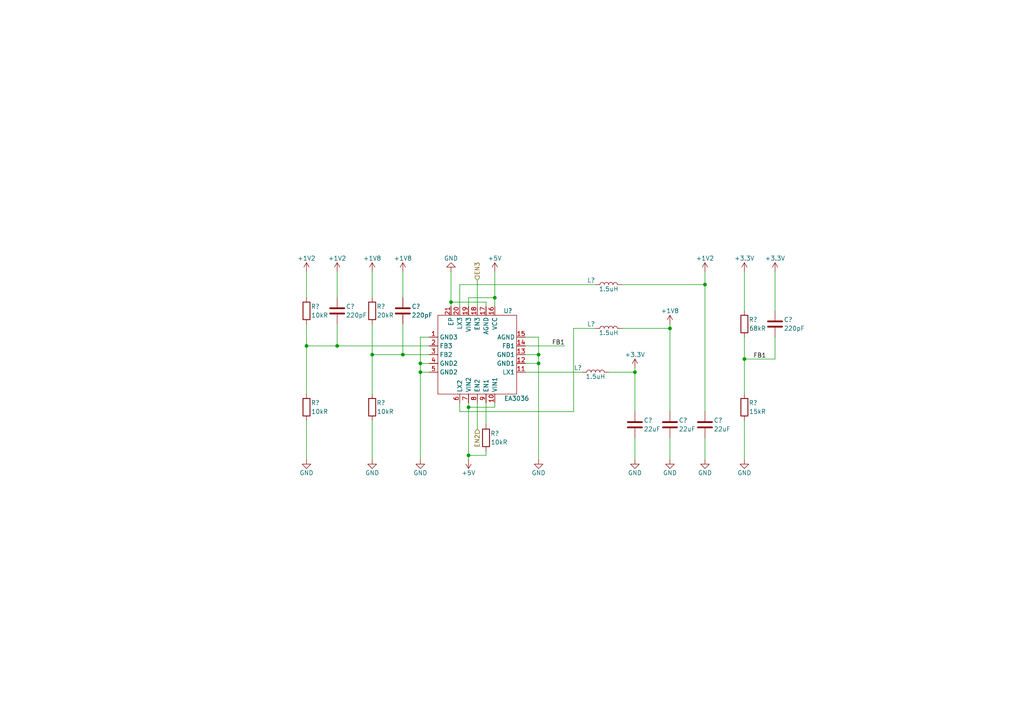
<source format=kicad_sch>
(kicad_sch (version 20230121) (generator eeschema)
  (paper "A4")
  (title_block (title "Allwinner V3s") (date "2023-08-02") (rev "1.0.1"))
  (lib_symbols
    (symbol "Device:C" (pin_numbers hide) (pin_names (offset 0.254))
      (property "Reference" "C" (at 0.635 2.54 0))
      (property "Value" "C" (at 0.635 -2.54 0))
      (symbol "C_0_1"
        (polyline (pts (xy -2.032 -0.762) (xy 2.032 -0.762)) (stroke (width 0.508)))
        (polyline (pts (xy -2.032 0.762) (xy 2.032 0.762)) (stroke (width 0.508)))
      )
      (symbol "C_1_1"
        (pin passive line (at 0 3.81 270) (length 2.794) (name "~") (number "1"))
        (pin passive line (at 0 -3.81 90) (length 2.794) (name "~") (number "2"))
      )
    )
    (symbol "Device:L" (pin_numbers hide) (pin_names (offset 1.016) hide)
      (property "Reference" "L" (at -1.27 0 90))
      (property "Value" "L" (at 1.905 0 90))
      (symbol "L_0_1"
        (arc (start 0 -2.54) (mid 0.6323 -1.905) (end 0 -1.27))
        (arc (start 0 -1.27) (mid 0.6323 -0.635) (end 0 0))
        (arc (start 0 0) (mid 0.6323 0.635) (end 0 1.27))
        (arc (start 0 1.27) (mid 0.6323 1.905) (end 0 2.54))
      )
      (symbol "L_1_1"
        (pin passive line (at 0 3.81 270) (length 1.27) (name "1") (number "1"))
        (pin passive line (at 0 -3.81 90) (length 1.27) (name "2") (number "2"))
      )
    )
    (symbol "Device:R" (pin_numbers hide) (pin_names (offset 0))
      (property "Reference" "R" (at 2.032 0 90))
      (property "Value" "R" (at 0 0 90))
      (symbol "R_0_1"
        (rectangle (start -1.016 -2.54) (end 1.016 2.54) (stroke (width 0.254)))
      )
      (symbol "R_1_1"
        (pin passive line (at 0 3.81 270) (length 1.27) (name "~") (number "1"))
        (pin passive line (at 0 -3.81 90) (length 1.27) (name "~") (number "2"))
      )
    )
    (symbol "Library:EA3036"
      (property "Reference" "U" (at 2.54 26.67 0))
      (property "Value" "EA3036" (at 24.13 1.27 0))
      (symbol "EA3036_0_1"
        (rectangle (start 2.54 25.4) (end 25.4 2.54))
      )
      (symbol "EA3036_1_1"
        (pin power_in line (at 0 19.05 0) (length 2.54) (name "GND3") (number "1"))
        (pin power_in line (at 19.05 0 90) (length 2.54) (name "VIN1") (number "10"))
        (pin output line (at 27.94 8.89 180) (length 2.54) (name "LX1") (number "11"))
        (pin power_in line (at 27.94 11.43 180) (length 2.54) (name "GND1") (number "12"))
        (pin power_in line (at 27.94 13.97 180) (length 2.54) (name "GND1") (number "13"))
        (pin input line (at 27.94 16.51 180) (length 2.54) (name "FB1") (number "14"))
        (pin power_in line (at 27.94 19.05 180) (length 2.54) (name "AGND") (number "15"))
        (pin power_in line (at 19.05 27.94 270) (length 2.54) (name "VCC") (number "16"))
        (pin power_in line (at 16.51 27.94 270) (length 2.54) (name "AGND") (number "17"))
        (pin input line (at 13.97 27.94 270) (length 2.54) (name "EN3") (number "18"))
        (pin power_in line (at 11.43 27.94 270) (length 2.54) (name "VIN3") (number "19"))
        (pin input line (at 0 16.51 0) (length 2.54) (name "FB3") (number "2"))
        (pin output line (at 8.89 27.94 270) (length 2.54) (name "LX3") (number "20"))
        (pin power_in line (at 6.35 27.94 270) (length 2.54) (name "EP") (number "21"))
        (pin input line (at 0 13.97 0) (length 2.54) (name "FB2") (number "3"))
        (pin power_in line (at 0 11.43 0) (length 2.54) (name "GND2") (number "4"))
        (pin power_in line (at 0 8.89 0) (length 2.54) (name "GND2") (number "5"))
        (pin output line (at 8.89 0 90) (length 2.54) (name "LX2") (number "6"))
        (pin power_in line (at 11.43 0 90) (length 2.54) (name "VIN2") (number "7"))
        (pin input line (at 13.97 0 90) (length 2.54) (name "EN2") (number "8"))
        (pin input line (at 16.51 0 90) (length 2.54) (name "EN1") (number "9"))
      )
    )
    (symbol "power:+1V2" (power) (pin_names (offset 0))
      (property "Value" "+1V2" (at 0 3.556 0))
      (symbol "+1V2_0_1"
        (polyline (pts (xy -0.762 1.27) (xy 0 2.54)))
        (polyline (pts (xy 0 0) (xy 0 2.54)))
        (polyline (pts (xy 0 2.54) (xy 0.762 1.27)))
      )
      (symbol "+1V2_1_1"
        (pin power_in line (at 0 0 90) (length 0) hide (name "+1V2") (number "1"))
      )
    )
    (symbol "power:+1V8" (power) (pin_names (offset 0))
      (property "Value" "+1V8" (at 0 3.556 0))
      (symbol "+1V8_0_1"
        (polyline (pts (xy -0.762 1.27) (xy 0 2.54)))
        (polyline (pts (xy 0 0) (xy 0 2.54)))
        (polyline (pts (xy 0 2.54) (xy 0.762 1.27)))
      )
      (symbol "+1V8_1_1"
        (pin power_in line (at 0 0 90) (length 0) hide (name "+1V8") (number "1"))
      )
    )
    (symbol "power:+3.3V" (power) (pin_names (offset 0))
      (property "Value" "+3.3V" (at 0 3.556 0))
      (symbol "+3.3V_0_1"
        (polyline (pts (xy -0.762 1.27) (xy 0 2.54)))
        (polyline (pts (xy 0 0) (xy 0 2.54)))
        (polyline (pts (xy 0 2.54) (xy 0.762 1.27)))
      )
      (symbol "+3.3V_1_1"
        (pin power_in line (at 0 0 90) (length 0) hide (name "+3.3V") (number "1"))
      )
    )
    (symbol "power:+5V" (power) (pin_names (offset 0))
      (property "Value" "+5V" (at 0 3.556 0))
      (symbol "+5V_0_1"
        (polyline (pts (xy -0.762 1.27) (xy 0 2.54)))
        (polyline (pts (xy 0 0) (xy 0 2.54)))
        (polyline (pts (xy 0 2.54) (xy 0.762 1.27)))
      )
      (symbol "+5V_1_1"
        (pin power_in line (at 0 0 90) (length 0) hide (name "+5V") (number "1"))
      )
    )
    (symbol "power:GND" (power) (pin_names (offset 0))
      (property "Value" "GND" (at 0 -3.81 0))
      (symbol "GND_0_1"
        (polyline (pts (xy 0 0) (xy 0 -1.27) (xy 1.27 -1.27) (xy 0 -2.54) (xy -1.27 -1.27) (xy 0 -1.27)))
      )
      (symbol "GND_1_1"
        (pin power_in line (at 0 0 270) (length 0) hide (name "GND") (number "1"))
      )
    )
  )
  (junction (at 143.51 86.36))
  (junction (at 156.21 105.41))
  (junction (at 204.47 82.55))
  (junction (at 97.79 100.33))
  (junction (at 184.15 107.95))
  (junction (at 215.9 104.14))
  (junction (at 135.89 118.11))
  (junction (at 156.21 102.87))
  (junction (at 121.92 107.95))
  (junction (at 107.95 102.87))
  (junction (at 121.92 105.41))
  (junction (at 116.84 102.87))
  (junction (at 135.89 132.08))
  (junction (at 194.31 95.25))
  (junction (at 88.9 100.33))
  (junction (at 130.81 87.63))
  (wire (pts (xy 135.89 133.35) (xy 135.89 132.08)))
  (wire (pts (xy 184.15 107.95) (xy 184.15 119.38)))
  (wire (pts (xy 204.47 127) (xy 204.47 133.35)))
  (wire (pts (xy 107.95 121.92) (xy 107.95 133.35)))
  (wire (pts (xy 184.15 127) (xy 184.15 133.35)))
  (wire (pts (xy 130.81 78.74) (xy 130.81 87.63)))
  (wire (pts (xy 116.84 102.87) (xy 124.46 102.87)))
  (wire (pts (xy 140.97 88.9) (xy 140.97 87.63)))
  (wire (pts (xy 121.92 107.95) (xy 121.92 133.35)))
  (wire (pts (xy 121.92 105.41) (xy 121.92 107.95)))
  (wire (pts (xy 138.43 88.9) (xy 138.43 81.28)))
  (wire (pts (xy 133.35 82.55) (xy 172.72 82.55)))
  (wire (pts (xy 143.51 78.74) (xy 143.51 86.36)))
  (wire (pts (xy 116.84 93.98) (xy 116.84 102.87)))
  (wire (pts (xy 166.37 95.25) (xy 172.72 95.25)))
  (wire (pts (xy 166.37 95.25) (xy 166.37 119.38)))
  (wire (pts (xy 135.89 88.9) (xy 135.89 86.36)))
  (wire (pts (xy 152.4 102.87) (xy 156.21 102.87)))
  (wire (pts (xy 88.9 78.74) (xy 88.9 86.36)))
  (wire (pts (xy 194.31 95.25) (xy 194.31 119.38)))
  (wire (pts (xy 156.21 105.41) (xy 156.21 133.35)))
  (wire (pts (xy 143.51 118.11) (xy 135.89 118.11)))
  (wire (pts (xy 180.34 82.55) (xy 204.47 82.55)))
  (wire (pts (xy 97.79 93.98) (xy 97.79 100.33)))
  (wire (pts (xy 133.35 119.38) (xy 166.37 119.38)))
  (wire (pts (xy 121.92 107.95) (xy 124.46 107.95)))
  (wire (pts (xy 88.9 100.33) (xy 88.9 114.3)))
  (wire (pts (xy 184.15 107.95) (xy 184.15 106.68)))
  (wire (pts (xy 116.84 78.74) (xy 116.84 86.36)))
  (wire (pts (xy 204.47 82.55) (xy 204.47 119.38)))
  (wire (pts (xy 135.89 118.11) (xy 135.89 116.84)))
  (wire (pts (xy 116.84 102.87) (xy 107.95 102.87)))
  (wire (pts (xy 107.95 102.87) (xy 107.95 114.3)))
  (wire (pts (xy 156.21 97.79) (xy 156.21 102.87)))
  (wire (pts (xy 152.4 97.79) (xy 156.21 97.79)))
  (wire (pts (xy 121.92 105.41) (xy 124.46 105.41)))
  (wire (pts (xy 194.31 127) (xy 194.31 133.35)))
  (wire (pts (xy 215.9 78.74) (xy 215.9 90.17)))
  (wire (pts (xy 88.9 121.92) (xy 88.9 133.35)))
  (wire (pts (xy 88.9 93.98) (xy 88.9 100.33)))
  (wire (pts (xy 156.21 102.87) (xy 156.21 105.41)))
  (wire (pts (xy 152.4 107.95) (xy 168.91 107.95)))
  (wire (pts (xy 215.9 104.14) (xy 215.9 114.3)))
  (wire (pts (xy 133.35 88.9) (xy 133.35 82.55)))
  (wire (pts (xy 194.31 95.25) (xy 194.31 93.98)))
  (wire (pts (xy 130.81 87.63) (xy 130.81 88.9)))
  (wire (pts (xy 163.83 100.33) (xy 152.4 100.33)))
  (wire (pts (xy 135.89 132.08) (xy 135.89 118.11)))
  (wire (pts (xy 140.97 87.63) (xy 130.81 87.63)))
  (wire (pts (xy 140.97 116.84) (xy 140.97 123.19)))
  (wire (pts (xy 224.79 104.14) (xy 215.9 104.14)))
  (wire (pts (xy 107.95 93.98) (xy 107.95 102.87)))
  (wire (pts (xy 176.53 107.95) (xy 184.15 107.95)))
  (wire (pts (xy 152.4 105.41) (xy 156.21 105.41)))
  (wire (pts (xy 107.95 78.74) (xy 107.95 86.36)))
  (wire (pts (xy 97.79 100.33) (xy 124.46 100.33)))
  (wire (pts (xy 97.79 100.33) (xy 88.9 100.33)))
  (wire (pts (xy 135.89 86.36) (xy 143.51 86.36)))
  (wire (pts (xy 140.97 130.81) (xy 140.97 132.08)))
  (wire (pts (xy 138.43 116.84) (xy 138.43 124.46)))
  (wire (pts (xy 133.35 116.84) (xy 133.35 119.38)))
  (wire (pts (xy 224.79 78.74) (xy 224.79 90.17)))
  (wire (pts (xy 224.79 97.79) (xy 224.79 104.14)))
  (wire (pts (xy 97.79 78.74) (xy 97.79 86.36)))
  (wire (pts (xy 204.47 82.55) (xy 204.47 78.74)))
  (wire (pts (xy 143.51 116.84) (xy 143.51 118.11)))
  (wire (pts (xy 215.9 121.92) (xy 215.9 133.35)))
  (wire (pts (xy 124.46 97.79) (xy 121.92 97.79)))
  (wire (pts (xy 121.92 97.79) (xy 121.92 105.41)))
  (wire (pts (xy 215.9 97.79) (xy 215.9 104.14)))
  (wire (pts (xy 143.51 86.36) (xy 143.51 88.9)))
  (wire (pts (xy 180.34 95.25) (xy 194.31 95.25)))
  (wire (pts (xy 140.97 132.08) (xy 135.89 132.08)))
  (label "FB1" (at 222.25 104.14 180))
  (label "FB1" (at 163.83 100.33 180))
  (hierarchical_label "EN2" (shape input) (at 138.43 124.46 270))
  (hierarchical_label "EN3" (shape input) (at 138.43 81.28 90))
  (symbol (lib_id "power:GND") (at 184.15 133.35 0) (unit 1)
    (property "Reference" "#PWR?" (effects hide))
    (property "Value" "GND" (at 184.15 137.16 0))
  )
  (symbol (lib_id "power:+3.3V") (at 184.15 106.68 0) (unit 1)
    (property "Reference" "#PWR?" (effects hide))
    (property "Value" "+3.3V" (at 184.15 102.87 0))
  )
  (symbol (lib_id "Device:L") (at 176.53 95.25 90) (unit 1)
    (property "Reference" "L?" (at 171.45 93.98 90))
    (property "Value" "1.5uH" (at 176.53 96.52 90))
    (property "Footprint" "Inductor_SMD:L_0603_1608Metric" (effects hide))
  )
  (symbol (lib_id "Device:R") (at 215.9 93.98 180) (unit 1)
    (property "Reference" "R?" (at 218.44 92.71 0))
    (property "Value" "68kR" (at 219.71 95.25 0))
  )
  (symbol (lib_id "Device:R") (at 140.97 127 180) (unit 1)
    (property "Reference" "R?" (at 143.51 125.73 0))
    (property "Value" "10kR" (at 144.78 128.27 0))
  )
  (symbol (lib_id "power:+5V") (at 143.51 78.74 0) (unit 1)
    (property "Reference" "#PWR?" (effects hide))
    (property "Value" "+5V" (at 143.51 74.93 0))
  )
  (symbol (lib_id "power:+1V2") (at 204.47 78.74 0) (unit 1)
    (property "Reference" "#PWR?" (effects hide))
    (property "Value" "+1V2" (at 204.47 74.93 0))
  )
  (symbol (lib_id "Device:L") (at 172.72 107.95 90) (unit 1)
    (property "Reference" "L?" (at 167.64 106.68 90))
    (property "Value" "1.5uH" (at 172.72 109.22 90))
    (property "Footprint" "Inductor_SMD:L_0603_1608Metric" (effects hide))
  )
  (symbol (lib_id "power:+1V2") (at 97.79 78.74 0) (unit 1)
    (property "Reference" "#PWR?" (effects hide))
    (property "Value" "+1V2" (at 97.79 74.93 0))
  )
  (symbol (lib_id "Device:R") (at 107.95 118.11 180) (unit 1)
    (property "Reference" "R?" (at 110.49 116.84 0))
    (property "Value" "10kR" (at 111.76 119.38 0))
  )
  (symbol (lib_id "Device:L") (at 176.53 82.55 90) (unit 1)
    (property "Reference" "L?" (at 171.45 81.28 90))
    (property "Value" "1.5uH" (at 176.53 83.82 90))
    (property "Footprint" "Inductor_SMD:L_0603_1608Metric" (effects hide))
  )
  (symbol (lib_id "power:+1V2") (at 88.9 78.74 0) (unit 1)
    (property "Reference" "#PWR?" (effects hide))
    (property "Value" "+1V2" (at 88.9 74.93 0))
  )
  (symbol (lib_id "power:+5V") (at 135.89 133.35 180) (unit 1)
    (property "Reference" "#PWR?" (effects hide))
    (property "Value" "+5V" (at 135.89 137.16 0))
  )
  (symbol (lib_id "power:+1V8") (at 116.84 78.74 0) (unit 1)
    (property "Reference" "#PWR?" (effects hide))
    (property "Value" "+1V8" (at 116.84 74.93 0))
  )
  (symbol (lib_id "power:GND") (at 88.9 133.35 0) (unit 1)
    (property "Reference" "#PWR?" (effects hide))
    (property "Value" "GND" (at 88.9 137.16 0))
  )
  (symbol (lib_id "power:+3.3V") (at 215.9 78.74 0) (unit 1)
    (property "Reference" "#PWR?" (effects hide))
    (property "Value" "+3.3V" (at 215.9 74.93 0))
  )
  (symbol (lib_id "power:GND") (at 107.95 133.35 0) (unit 1)
    (property "Reference" "#PWR?" (effects hide))
    (property "Value" "GND" (at 107.95 137.16 0))
  )
  (symbol (lib_id "Device:R") (at 88.9 90.17 180) (unit 1)
    (property "Reference" "R?" (at 91.44 88.9 0))
    (property "Value" "10kR" (at 92.71 91.44 0))
  )
  (symbol (lib_id "Device:R") (at 88.9 118.11 180) (unit 1)
    (property "Reference" "R?" (at 91.44 116.84 0))
    (property "Value" "10kR" (at 92.71 119.38 0))
  )
  (symbol (lib_id "Device:C") (at 97.79 90.17 0) (unit 1)
    (property "Reference" "C?" (at 100.33 88.9 0) (effects (justify left)))
    (property "Value" "220pF" (at 100.33 91.44 0) (effects (justify left)))
  )
  (symbol (lib_id "Device:C") (at 224.79 93.98 0) (unit 1)
    (property "Reference" "C?" (at 227.33 92.71 0) (effects (justify left)))
    (property "Value" "220pF" (at 227.33 95.25 0) (effects (justify left)))
  )
  (symbol (lib_id "power:GND") (at 156.21 133.35 0) (unit 1)
    (property "Reference" "#PWR?" (effects hide))
    (property "Value" "GND" (at 156.21 137.16 0))
  )
  (symbol (lib_id "Library:EA3036") (at 124.46 116.84 0) (unit 1)
    (property "Reference" "U?" (at 147.32 90.17 0))
    (property "Value" "EA3036" (at 149.86 115.57 0))
    (property "Footprint" "Package_DFN_QFN:QFN-20-1EP_3x3mm_P0.4mm_EP1.65x1.65mm" (effects hide))
  )
  (symbol (lib_id "Device:R") (at 215.9 118.11 180) (unit 1)
    (property "Reference" "R?" (at 218.44 116.84 0))
    (property "Value" "15kR" (at 219.71 119.38 0))
  )
  (symbol (lib_id "power:+1V8") (at 194.31 93.98 0) (unit 1)
    (property "Reference" "#PWR?" (effects hide))
    (property "Value" "+1V8" (at 194.31 90.17 0))
  )
  (symbol (lib_id "power:GND") (at 121.92 133.35 0) (unit 1)
    (property "Reference" "#PWR?" (effects hide))
    (property "Value" "GND" (at 121.92 137.16 0))
  )
  (symbol (lib_id "Device:C") (at 194.31 123.19 0) (unit 1)
    (property "Reference" "C?" (at 196.85 121.92 0) (effects (justify left)))
    (property "Value" "22uF" (at 196.85 124.46 0) (effects (justify left)))
  )
  (symbol (lib_id "Device:R") (at 107.95 90.17 180) (unit 1)
    (property "Reference" "R?" (at 110.49 88.9 0))
    (property "Value" "20kR" (at 111.76 91.44 0))
  )
  (symbol (lib_id "Device:C") (at 116.84 90.17 0) (unit 1)
    (property "Reference" "C?" (at 119.38 88.9 0) (effects (justify left)))
    (property "Value" "220pF" (at 119.38 91.44 0) (effects (justify left)))
  )
  (symbol (lib_id "Device:C") (at 184.15 123.19 0) (unit 1)
    (property "Reference" "C?" (at 186.69 121.92 0) (effects (justify left)))
    (property "Value" "22uF" (at 186.69 124.46 0) (effects (justify left)))
  )
  (symbol (lib_id "Device:C") (at 204.47 123.19 0) (unit 1)
    (property "Reference" "C?" (at 207.01 121.92 0) (effects (justify left)))
    (property "Value" "22uF" (at 207.01 124.46 0) (effects (justify left)))
  )
  (symbol (lib_id "power:+1V8") (at 107.95 78.74 0) (unit 1)
    (property "Reference" "#PWR?" (effects hide))
    (property "Value" "+1V8" (at 107.95 74.93 0))
  )
  (symbol (lib_id "power:+3.3V") (at 224.79 78.74 0) (unit 1)
    (property "Reference" "#PWR?" (effects hide))
    (property "Value" "+3.3V" (at 224.79 74.93 0))
  )
  (symbol (lib_id "power:GND") (at 194.31 133.35 0) (unit 1)
    (property "Reference" "#PWR?" (effects hide))
    (property "Value" "GND" (at 194.31 137.16 0))
  )
  (symbol (lib_id "power:GND") (at 130.81 78.74 180) (unit 1)
    (property "Reference" "#PWR?" (effects hide))
    (property "Value" "GND" (at 130.81 74.93 0))
  )
  (symbol (lib_id "power:GND") (at 204.47 133.35 0) (unit 1)
    (property "Reference" "#PWR?" (effects hide))
    (property "Value" "GND" (at 204.47 137.16 0))
  )
  (symbol (lib_id "power:GND") (at 215.9 133.35 0) (unit 1)
    (property "Reference" "#PWR?" (effects hide))
    (property "Value" "GND" (at 215.9 137.16 0))
  )
)
</source>
